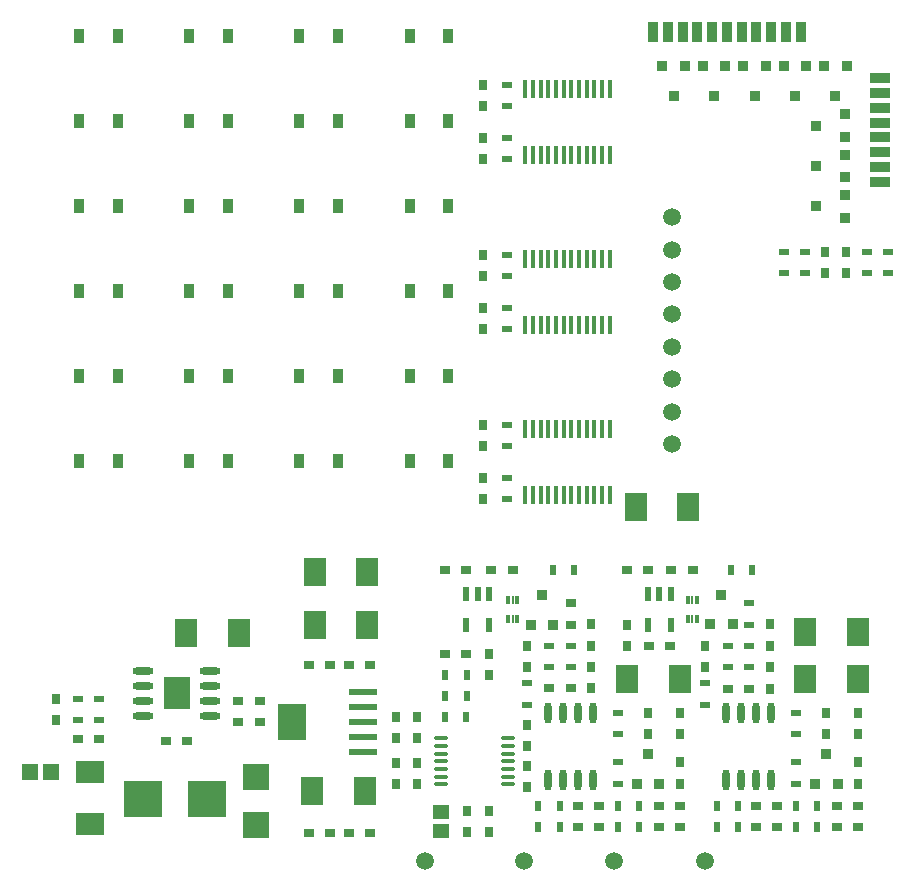
<source format=gbr>
G04*
G04 #@! TF.GenerationSoftware,Altium Limited,Altium Designer,25.8.1 (18)*
G04*
G04 Layer_Color=128*
%FSLAX44Y44*%
%MOMM*%
G71*
G04*
G04 #@! TF.SameCoordinates,EA6E8681-586E-412E-AD3A-A28C1D5D0A19*
G04*
G04*
G04 #@! TF.FilePolarity,Positive*
G04*
G01*
G75*
%ADD49R,0.9000X0.9500*%
%ADD50R,0.8000X0.9000*%
%ADD51R,0.9000X0.6000*%
G04:AMPARAMS|DCode=52|XSize=0.7mm|YSize=0.3396mm|CornerRadius=0.017mm|HoleSize=0mm|Usage=FLASHONLY|Rotation=270.000|XOffset=0mm|YOffset=0mm|HoleType=Round|Shape=RoundedRectangle|*
%AMROUNDEDRECTD52*
21,1,0.7000,0.3056,0,0,270.0*
21,1,0.6660,0.3396,0,0,270.0*
1,1,0.0340,-0.1528,-0.3330*
1,1,0.0340,-0.1528,0.3330*
1,1,0.0340,0.1528,0.3330*
1,1,0.0340,0.1528,-0.3330*
%
%ADD52ROUNDEDRECTD52*%
%ADD53R,0.6000X0.9000*%
%ADD54O,0.6000X1.8000*%
%ADD55R,0.9100X1.2200*%
%ADD56C,1.5000*%
%ADD57R,1.7018X0.8128*%
%ADD59R,0.9500X0.9000*%
G04:AMPARAMS|DCode=60|XSize=0.7mm|YSize=0.3396mm|CornerRadius=0.017mm|HoleSize=0mm|Usage=FLASHONLY|Rotation=270.000|XOffset=0mm|YOffset=0mm|HoleType=Round|Shape=RoundedRectangle|*
%AMROUNDEDRECTD60*
21,1,0.7000,0.3056,0,0,270.0*
21,1,0.6660,0.3396,0,0,270.0*
1,1,0.0340,-0.1528,-0.3330*
1,1,0.0340,-0.1528,0.3330*
1,1,0.0340,0.1528,0.3330*
1,1,0.0340,0.1528,-0.3330*
%
%ADD60ROUNDEDRECTD60*%
G04:AMPARAMS|DCode=61|XSize=0.7mm|YSize=0.1698mm|CornerRadius=0.0085mm|HoleSize=0mm|Usage=FLASHONLY|Rotation=270.000|XOffset=0mm|YOffset=0mm|HoleType=Round|Shape=RoundedRectangle|*
%AMROUNDEDRECTD61*
21,1,0.7000,0.1528,0,0,270.0*
21,1,0.6830,0.1698,0,0,270.0*
1,1,0.0170,-0.0764,-0.3415*
1,1,0.0170,-0.0764,0.3415*
1,1,0.0170,0.0764,0.3415*
1,1,0.0170,0.0764,-0.3415*
%
%ADD61ROUNDEDRECTD61*%
%ADD62R,0.9000X0.8000*%
%ADD63R,1.8796X2.3622*%
%ADD64R,0.6200X1.2200*%
%ADD65R,0.8128X1.7018*%
%ADD66R,0.3500X1.5000*%
%ADD67O,1.2500X0.3500*%
%ADD68R,2.3455X3.1725*%
%ADD69R,2.3455X0.6325*%
%ADD70O,1.8000X0.6000*%
%ADD71R,2.3000X2.8000*%
%ADD72R,2.3000X2.2860*%
%ADD73R,2.3622X1.8796*%
%ADD74R,1.4000X1.4000*%
%ADD75R,3.3000X3.1500*%
%ADD76R,0.9000X0.8000*%
%ADD77R,1.4000X1.3000*%
D49*
X628904Y278692D02*
D03*
X619404Y253692D02*
D03*
X638404D02*
D03*
X725478Y700986D02*
D03*
X657031D02*
D03*
X622808D02*
D03*
X691255D02*
D03*
X588585D02*
D03*
X579085Y725986D02*
D03*
X598085D02*
D03*
X613308D02*
D03*
X666531D02*
D03*
X715978D02*
D03*
X734978D02*
D03*
X708428Y118539D02*
D03*
X717928Y143539D02*
D03*
X727428Y118539D02*
D03*
X486537Y253490D02*
D03*
X477037Y278490D02*
D03*
X467537Y253490D02*
D03*
X557476Y118602D02*
D03*
X566976Y143602D02*
D03*
X576476Y118602D02*
D03*
X681755Y725986D02*
D03*
X700755D02*
D03*
X632308D02*
D03*
X647531D02*
D03*
D50*
X615058Y235484D02*
D03*
X518970Y217388D02*
D03*
Y199388D02*
D03*
X744708Y118808D02*
D03*
X669922Y253643D02*
D03*
X716280Y550960D02*
D03*
X518970Y253706D02*
D03*
X593756Y118871D02*
D03*
X464105Y168511D02*
D03*
X427050Y647761D02*
D03*
Y503761D02*
D03*
Y359761D02*
D03*
X432220Y210829D02*
D03*
X371396Y175132D02*
D03*
X353060D02*
D03*
X65774Y190485D02*
D03*
X432012Y95589D02*
D03*
X734110Y550960D02*
D03*
X464105Y150511D02*
D03*
X669922Y199325D02*
D03*
X427050Y710239D02*
D03*
Y422239D02*
D03*
Y566239D02*
D03*
X734110Y568960D02*
D03*
X744708Y136808D02*
D03*
X615058Y217484D02*
D03*
X669922Y217325D02*
D03*
Y235643D02*
D03*
X717928Y160497D02*
D03*
Y178497D02*
D03*
X744708Y160497D02*
D03*
Y178497D02*
D03*
X549054Y235028D02*
D03*
Y253028D02*
D03*
X65774Y172485D02*
D03*
X566976Y178560D02*
D03*
X593756D02*
D03*
Y136871D02*
D03*
Y160560D02*
D03*
X566976D02*
D03*
X432012Y77589D02*
D03*
X464105Y133560D02*
D03*
Y115560D02*
D03*
X432220Y228829D02*
D03*
X464106Y217547D02*
D03*
Y235547D02*
D03*
X353060Y136110D02*
D03*
Y118110D02*
D03*
Y157132D02*
D03*
X371396D02*
D03*
Y118110D02*
D03*
Y136110D02*
D03*
X413188Y77589D02*
D03*
Y95589D02*
D03*
X518970Y235706D02*
D03*
X716280Y568960D02*
D03*
X427050Y665761D02*
D03*
Y692239D02*
D03*
Y404239D02*
D03*
Y377761D02*
D03*
Y548239D02*
D03*
Y521761D02*
D03*
D51*
X634339Y235643D02*
D03*
X652340Y271586D02*
D03*
X541200Y136761D02*
D03*
X770256Y569228D02*
D03*
X615057Y185428D02*
D03*
X681756Y569229D02*
D03*
X84384Y172485D02*
D03*
X464105Y185491D02*
D03*
X447050Y692349D02*
D03*
Y665651D02*
D03*
X751841Y569229D02*
D03*
X770255Y551069D02*
D03*
X751840Y551070D02*
D03*
X615058Y203587D02*
D03*
X692151Y136698D02*
D03*
X692150Y118539D02*
D03*
X692151Y160607D02*
D03*
X692153Y178766D02*
D03*
X652339Y253427D02*
D03*
X634338Y217484D02*
D03*
X652338D02*
D03*
X652339Y235643D02*
D03*
X102384Y172485D02*
D03*
X102385Y190644D02*
D03*
X84385D02*
D03*
X541201Y178829D02*
D03*
X541200Y160670D02*
D03*
X483386Y217547D02*
D03*
X483387Y235706D02*
D03*
X501386Y217547D02*
D03*
X501387Y235706D02*
D03*
X464106Y203650D02*
D03*
X541198Y118602D02*
D03*
X447045Y359492D02*
D03*
X447047Y377651D02*
D03*
X699769Y569229D02*
D03*
X447049Y548349D02*
D03*
X447050Y566508D02*
D03*
X447049Y521651D02*
D03*
X447048Y503492D02*
D03*
X447426Y404349D02*
D03*
X447428Y422508D02*
D03*
X447049Y647492D02*
D03*
X447051Y710508D02*
D03*
X699768Y551070D02*
D03*
X681755D02*
D03*
D52*
X608428Y257927D02*
D03*
X600334D02*
D03*
X448112Y257990D02*
D03*
X456207D02*
D03*
D53*
X637150Y299782D02*
D03*
X692150Y81977D02*
D03*
X624840Y82039D02*
D03*
X541198Y82040D02*
D03*
X473888D02*
D03*
X541198Y99930D02*
D03*
X504357Y299844D02*
D03*
X655309Y299781D02*
D03*
X710309Y81976D02*
D03*
X642999Y82038D02*
D03*
X692150Y99867D02*
D03*
X710309Y99866D02*
D03*
X642999Y99867D02*
D03*
X624840Y99868D02*
D03*
X492047Y99930D02*
D03*
X473888Y99931D02*
D03*
X413059Y175131D02*
D03*
X394901Y175132D02*
D03*
X413438Y211048D02*
D03*
X395279Y211049D02*
D03*
X413438Y193268D02*
D03*
X395279Y193269D02*
D03*
X486198Y299845D02*
D03*
X559357Y99929D02*
D03*
Y82039D02*
D03*
X492047D02*
D03*
D54*
X507286Y178560D02*
D03*
X519986Y122060D02*
D03*
X494586Y178560D02*
D03*
X507286Y122060D02*
D03*
X481886Y178560D02*
D03*
X494586Y122060D02*
D03*
X481886D02*
D03*
X519986Y178560D02*
D03*
X645538Y121997D02*
D03*
X632838Y178497D02*
D03*
X658238Y121997D02*
D03*
X645538Y178497D02*
D03*
X670938Y121997D02*
D03*
X658238Y178497D02*
D03*
X632838Y121997D02*
D03*
X670938Y178497D02*
D03*
D55*
X397770Y751840D02*
D03*
X365070D02*
D03*
X304430D02*
D03*
X271730D02*
D03*
X211090D02*
D03*
X178390D02*
D03*
X397770Y679840D02*
D03*
X365070D02*
D03*
X304430D02*
D03*
X271730D02*
D03*
X211090D02*
D03*
X178390D02*
D03*
X365070Y607840D02*
D03*
X397770D02*
D03*
X271730D02*
D03*
X304430D02*
D03*
X178390D02*
D03*
X211090D02*
D03*
X365070Y535840D02*
D03*
X397770D02*
D03*
X85050D02*
D03*
X117750D02*
D03*
X271730D02*
D03*
X304430D02*
D03*
X178390D02*
D03*
X211090D02*
D03*
X365070Y463840D02*
D03*
X397770D02*
D03*
X271730D02*
D03*
X304430D02*
D03*
X178390D02*
D03*
X211090D02*
D03*
X85050D02*
D03*
X117750D02*
D03*
X365070Y391840D02*
D03*
X397770D02*
D03*
X271730D02*
D03*
X304430D02*
D03*
X178390D02*
D03*
X211090D02*
D03*
X85050D02*
D03*
X117750D02*
D03*
Y751840D02*
D03*
Y607840D02*
D03*
Y679840D02*
D03*
X85050D02*
D03*
Y751840D02*
D03*
Y607840D02*
D03*
D56*
X586740Y598170D02*
D03*
Y570774D02*
D03*
Y543378D02*
D03*
Y515983D02*
D03*
Y488587D02*
D03*
Y461191D02*
D03*
Y433796D02*
D03*
Y406400D02*
D03*
X538331Y53340D02*
D03*
X615057Y53412D02*
D03*
X378393D02*
D03*
X461605D02*
D03*
D57*
X763435Y690980D02*
D03*
Y678480D02*
D03*
Y628480D02*
D03*
Y703480D02*
D03*
Y715980D02*
D03*
Y665980D02*
D03*
Y640980D02*
D03*
Y653480D02*
D03*
D59*
X708860Y641671D02*
D03*
X733860Y651171D02*
D03*
Y632171D02*
D03*
Y597948D02*
D03*
X708860Y607448D02*
D03*
X733860Y616948D02*
D03*
Y685394D02*
D03*
Y666394D02*
D03*
X708860Y675894D02*
D03*
D60*
X600334Y273927D02*
D03*
X608428Y273927D02*
D03*
X448112Y273990D02*
D03*
X456207Y273990D02*
D03*
D61*
X604381Y273927D02*
D03*
Y257927D02*
D03*
X452159Y273990D02*
D03*
Y257990D02*
D03*
D62*
X567580Y235028D02*
D03*
X585580D02*
D03*
X507176Y99930D02*
D03*
X525176D02*
D03*
X507176Y82040D02*
D03*
X744708Y81976D02*
D03*
Y99866D02*
D03*
X549054Y299782D02*
D03*
X593756Y99929D02*
D03*
Y82039D02*
D03*
X394755Y299845D02*
D03*
X279484Y219063D02*
D03*
X220014Y171224D02*
D03*
X279484Y76823D02*
D03*
X525176Y82040D02*
D03*
X604520Y299720D02*
D03*
X452159Y299845D02*
D03*
X220014Y189104D02*
D03*
X297484Y76823D02*
D03*
X567054Y299782D02*
D03*
X586520Y299720D02*
D03*
X726708Y81976D02*
D03*
X658128Y81977D02*
D03*
X676128D02*
D03*
X726708Y99866D02*
D03*
X658128Y99867D02*
D03*
X676128D02*
D03*
X652338Y199325D02*
D03*
X634338D02*
D03*
X238014Y189104D02*
D03*
X84384Y156833D02*
D03*
X102384D02*
D03*
X158793Y154814D02*
D03*
X176793D02*
D03*
X238014Y171224D02*
D03*
X331774Y219063D02*
D03*
X501386Y199388D02*
D03*
X483386D02*
D03*
X413170Y228829D02*
D03*
X395169D02*
D03*
X412755Y299845D02*
D03*
X434159D02*
D03*
X575756Y82039D02*
D03*
Y99929D02*
D03*
X313774Y76823D02*
D03*
X331774D02*
D03*
X313774Y219063D02*
D03*
X297484D02*
D03*
D63*
X744708Y247587D02*
D03*
X700004Y207239D02*
D03*
X284530Y252730D02*
D03*
X175641Y246380D02*
D03*
X549052Y207010D02*
D03*
X284530Y297722D02*
D03*
X282752Y112383D02*
D03*
X600964Y353060D02*
D03*
X556260D02*
D03*
X700004Y247587D02*
D03*
X220345Y246380D02*
D03*
X744708Y207239D02*
D03*
X593756Y207010D02*
D03*
X329234Y252730D02*
D03*
X327456Y112383D02*
D03*
X329234Y297722D02*
D03*
D64*
X576554Y279228D02*
D03*
X422669Y279089D02*
D03*
X586054Y279228D02*
D03*
X432169Y279089D02*
D03*
X586104Y253028D02*
D03*
X567054D02*
D03*
Y279228D02*
D03*
X432220Y252889D02*
D03*
X413170Y279089D02*
D03*
Y252889D02*
D03*
D65*
X583650Y755561D02*
D03*
X596150D02*
D03*
X608650D02*
D03*
X621150D02*
D03*
X658650D02*
D03*
X571150D02*
D03*
X696150D02*
D03*
X633650D02*
D03*
X646150D02*
D03*
X671150D02*
D03*
X683650D02*
D03*
D66*
X482330Y506806D02*
D03*
X482330Y419194D02*
D03*
Y563194D02*
D03*
X482330Y362806D02*
D03*
Y650806D02*
D03*
X482330Y707194D02*
D03*
X475830D02*
D03*
X462830D02*
D03*
Y563194D02*
D03*
Y419194D02*
D03*
X475830Y650806D02*
D03*
X475830Y563194D02*
D03*
X495330Y707194D02*
D03*
X508330D02*
D03*
X521330D02*
D03*
X534330D02*
D03*
Y650806D02*
D03*
X521330D02*
D03*
X469330D02*
D03*
X488830Y707194D02*
D03*
X501830D02*
D03*
X514830D02*
D03*
X527830D02*
D03*
X514830Y650806D02*
D03*
X508330D02*
D03*
X501830D02*
D03*
X495330D02*
D03*
X488830D02*
D03*
X527830D02*
D03*
X462830D02*
D03*
X469330Y707194D02*
D03*
X462830Y506806D02*
D03*
Y362806D02*
D03*
X469330Y563194D02*
D03*
Y419194D02*
D03*
X495330Y506806D02*
D03*
X508330D02*
D03*
X521330D02*
D03*
X534330D02*
D03*
Y563194D02*
D03*
X521330D02*
D03*
X508330D02*
D03*
X495330D02*
D03*
X508330Y362806D02*
D03*
X495330D02*
D03*
X521330D02*
D03*
X534330D02*
D03*
Y419194D02*
D03*
X521330D02*
D03*
X508330D02*
D03*
X495330D02*
D03*
X469330Y362806D02*
D03*
X475830D02*
D03*
X488830D02*
D03*
X501830D02*
D03*
X514830D02*
D03*
X527830D02*
D03*
X527830Y419194D02*
D03*
X514830D02*
D03*
X501830D02*
D03*
X488830D02*
D03*
X475830D02*
D03*
X475830Y506806D02*
D03*
X501830Y563194D02*
D03*
X527830Y506806D02*
D03*
X514830D02*
D03*
X514830Y563194D02*
D03*
X488830D02*
D03*
X527830D02*
D03*
X501830Y506806D02*
D03*
X488830D02*
D03*
X469330D02*
D03*
D67*
X447906Y131110D02*
D03*
X391406Y144110D02*
D03*
Y137610D02*
D03*
Y131110D02*
D03*
Y118110D02*
D03*
X447906Y157110D02*
D03*
Y150610D02*
D03*
Y144110D02*
D03*
Y118110D02*
D03*
X391406Y157110D02*
D03*
Y150610D02*
D03*
Y124610D02*
D03*
X447906Y137610D02*
D03*
Y124610D02*
D03*
D68*
X265410Y170796D02*
D03*
D69*
X325617D02*
D03*
Y183496D02*
D03*
Y196196D02*
D03*
Y145396D02*
D03*
Y158096D02*
D03*
D70*
X196043Y201804D02*
D03*
Y189104D02*
D03*
Y214504D02*
D03*
X139543Y201804D02*
D03*
Y189104D02*
D03*
Y176404D02*
D03*
X196043D02*
D03*
X139543Y214504D02*
D03*
D71*
X167793Y195454D02*
D03*
D72*
X234950Y124460D02*
D03*
Y83820D02*
D03*
D73*
X93980Y84328D02*
D03*
Y129032D02*
D03*
D74*
X43660D02*
D03*
X60960D02*
D03*
D75*
X138870Y105410D02*
D03*
X193870D02*
D03*
D76*
X501387Y253490D02*
D03*
X501388Y271649D02*
D03*
D77*
X391406Y94589D02*
D03*
Y78589D02*
D03*
M02*

</source>
